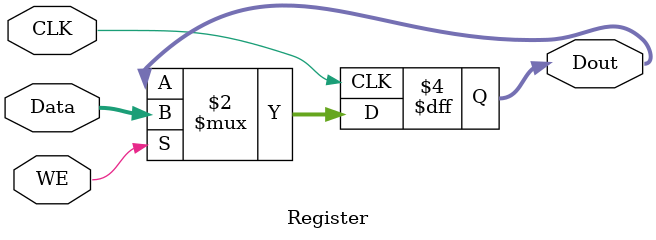
<source format=v>
`timescale 1ns / 1ps


module Register(
	output reg [31:0] Dout,
	input CLK, WE,
	input [31:0] Data
    );
	 
	 always @(posedge CLK)
	 begin
	 if (WE)
		begin
		Dout <= Data;
		end
	 end


endmodule

</source>
